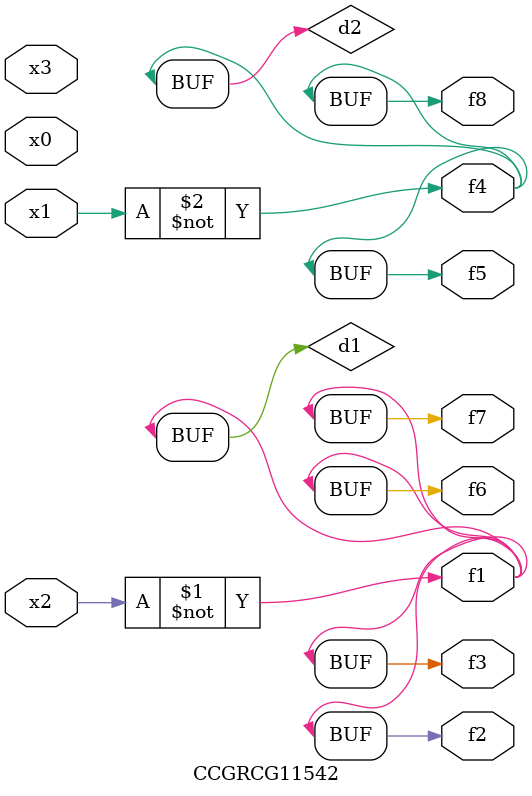
<source format=v>
module CCGRCG11542(
	input x0, x1, x2, x3,
	output f1, f2, f3, f4, f5, f6, f7, f8
);

	wire d1, d2;

	xnor (d1, x2);
	not (d2, x1);
	assign f1 = d1;
	assign f2 = d1;
	assign f3 = d1;
	assign f4 = d2;
	assign f5 = d2;
	assign f6 = d1;
	assign f7 = d1;
	assign f8 = d2;
endmodule

</source>
